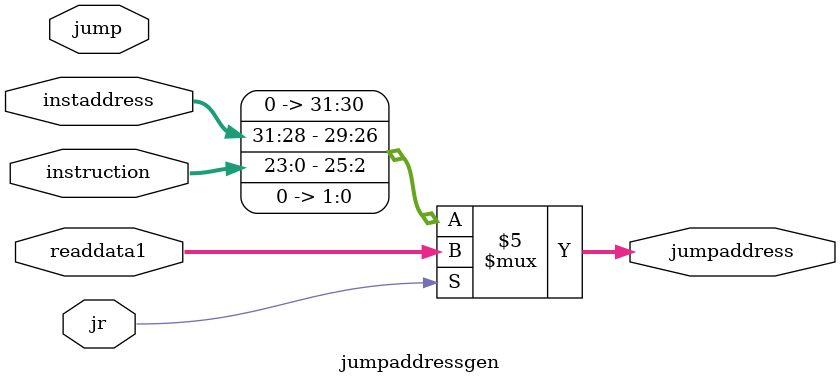
<source format=v>
`timescale 1ns / 1ps


module jumpaddressgen(
    input jump,jr,
    input [31:0] instaddress,instruction,readdata1,
    output reg [31:0] jumpaddress
    );
    reg [25:0] temp;
    initial begin
        jumpaddress=0;
    end
    always @ (jump or jr or readdata1 or instaddress or instruction)
    begin
           if(jr)
                jumpaddress=readdata1;   
           else
            begin
                  temp=instruction[25:0]<<2;
                  jumpaddress={instaddress[31:28],temp};               
            end     
    end
endmodule

</source>
